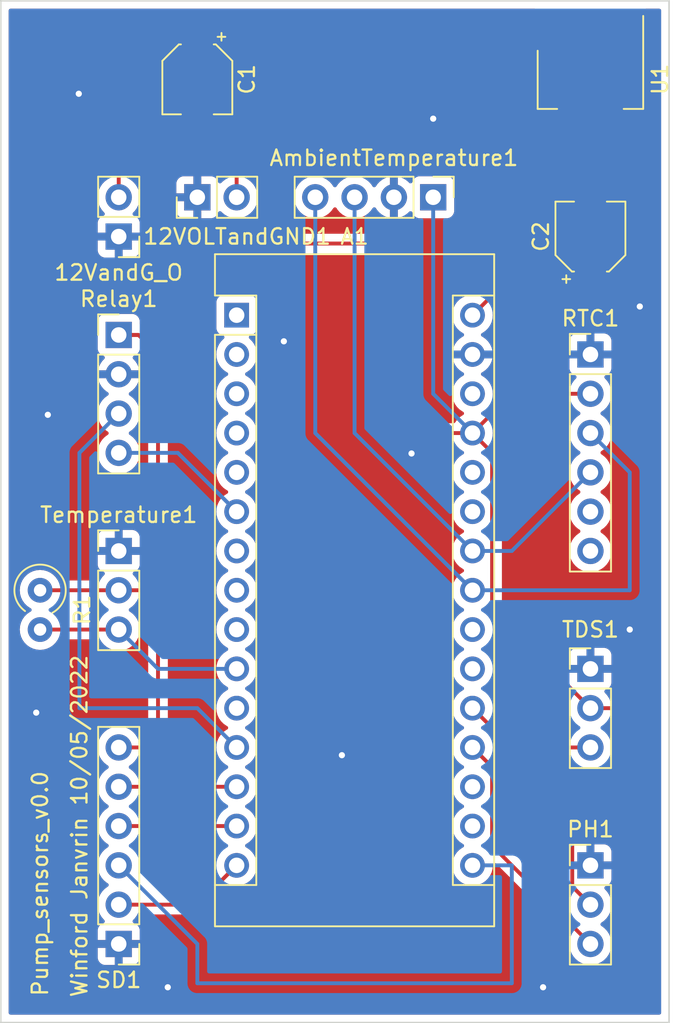
<source format=kicad_pcb>
(kicad_pcb (version 20211014) (generator pcbnew)
  (layers (0 "F.Cu" signal) (31 "B.Cu" signal) (34 "B.Paste" user) (35 "F.Paste" user) (36 "B.SilkS" user "B.Silkscreen") (37 "F.SilkS" user "F.Silkscreen") (38 "B.Mask" user) (39 "F.Mask" user) (44 "Edge.Cuts" user))
  (net 0 "")
  (net 1 "GND")
  (net 2 "VCC")
  (net 7 "/IN2")
  (net 11 "/D7")
  (net 13 "/IN1")
  (net 14 "/CS")
  (net 15 "/MOSI")
  (net 16 "/MISO")
  (net 17 "/CLK")
  (net 20 "/A0")
  (net 21 "/A1")
  (net 24 "/SDA")
  (net 25 "/SCL")
  (net 29 "/VIN")
  (net 30 "/12v")
  (footprint "Connector_PinHeader_2.54mm:PinHeader_1x04_P2.54mm_Vertical" (layer "F.Cu") (at 132.08 100.34)
    (fp_text reference "Relay1" (at 0 -2.33) (layer "F.SilkS"))
    (fp_text value "Conn_01x04" hide)
    (fp_line (start -1.33 1.27) (end -1.33 8.95) (layer "F.SilkS") (width 0.12))
    (fp_line (start -1.33 0) (end -1.33 -1.33) (layer "F.SilkS") (width 0.12))
    (fp_line (start -1.33 -1.33) (end 0 -1.33) (layer "F.SilkS") (width 0.12))
    (fp_line (start -1.33 8.95) (end 1.33 8.95) (layer "F.SilkS") (width 0.12))
    (fp_line (start -1.33 1.27) (end 1.33 1.27) (layer "F.SilkS") (width 0.12))
    (fp_line (start 1.33 1.27) (end 1.33 8.95) (layer "F.SilkS") (width 0.12))
    (pad "1" thru_hole rect (at 0 0) (size 1.7 1.7) (drill 1) (layers *.Cu *.Mask) (net 2 "VCC"))
    (pad "2" thru_hole oval (at 0 2.54) (size 1.7 1.7) (drill 1) (layers *.Cu *.Mask) (net 1 "GND"))
    (pad "3" thru_hole oval (at 0 5.08) (size 1.7 1.7) (drill 1) (layers *.Cu *.Mask) (net 13 "/IN1"))
    (pad "4" thru_hole oval (at 0 7.62) (size 1.7 1.7) (drill 1) (layers *.Cu *.Mask) (net 7 "/IN2"))
  )
  (footprint "Module:Arduino_Nano" (layer "F.Cu") (at 139.7 99.06)
    (fp_text reference "A1" (at 7.62 -5.08) (layer "F.SilkS"))
    (fp_text value "Arduino_Nano_v3.x")
    (fp_line (start 16.64 -3.94) (end -1.4 -3.94) (layer "F.SilkS") (width 0.12))
    (fp_line (start 13.97 36.83) (end 16.64 36.83) (layer "F.SilkS") (width 0.12))
    (fp_line (start 1.27 1.27) (end -1.4 1.27) (layer "F.SilkS") (width 0.12))
    (fp_line (start 1.27 1.27) (end 1.27 -1.27) (layer "F.SilkS") (width 0.12))
    (fp_line (start 16.64 39.5) (end 16.64 -3.94) (layer "F.SilkS") (width 0.12))
    (fp_line (start -1.4 39.5) (end 16.64 39.5) (layer "F.SilkS") (width 0.12))
    (fp_line (start 1.27 -1.27) (end -1.4 -1.27) (layer "F.SilkS") (width 0.12))
    (fp_line (start 13.97 -1.27) (end 13.97 36.83) (layer "F.SilkS") (width 0.12))
    (fp_line (start -1.4 1.27) (end -1.4 39.5) (layer "F.SilkS") (width 0.12))
    (fp_line (start 1.27 1.27) (end 1.27 36.83) (layer "F.SilkS") (width 0.12))
    (fp_line (start -1.4 -3.94) (end -1.4 -1.27) (layer "F.SilkS") (width 0.12))
    (fp_line (start 13.97 -1.27) (end 16.64 -1.27) (layer "F.SilkS") (width 0.12))
    (fp_line (start 1.27 36.83) (end -1.4 36.83) (layer "F.SilkS") (width 0.12))
    (pad "1" thru_hole rect (at 0 0) (size 1.6 1.6) (drill 1) (layers *.Cu *.Mask))
    (pad "2" thru_hole oval (at 0 2.54) (size 1.6 1.6) (drill 1) (layers *.Cu *.Mask))
    (pad "3" thru_hole oval (at 0 5.08) (size 1.6 1.6) (drill 1) (layers *.Cu *.Mask))
    (pad "4" thru_hole oval (at 0 7.62) (size 1.6 1.6) (drill 1) (layers *.Cu *.Mask))
    (pad "5" thru_hole oval (at 0 10.16) (size 1.6 1.6) (drill 1) (layers *.Cu *.Mask))
    (pad "6" thru_hole oval (at 0 12.7) (size 1.6 1.6) (drill 1) (layers *.Cu *.Mask) (net 7 "/IN2"))
    (pad "7" thru_hole oval (at 0 15.24) (size 1.6 1.6) (drill 1) (layers *.Cu *.Mask))
    (pad "8" thru_hole oval (at 0 17.78) (size 1.6 1.6) (drill 1) (layers *.Cu *.Mask))
    (pad "9" thru_hole oval (at 0 20.32) (size 1.6 1.6) (drill 1) (layers *.Cu *.Mask))
    (pad "10" thru_hole oval (at 0 22.86) (size 1.6 1.6) (drill 1) (layers *.Cu *.Mask) (net 11 "/D7"))
    (pad "11" thru_hole oval (at 0 25.4) (size 1.6 1.6) (drill 1) (layers *.Cu *.Mask))
    (pad "12" thru_hole oval (at 0 27.94) (size 1.6 1.6) (drill 1) (layers *.Cu *.Mask) (net 13 "/IN1"))
    (pad "13" thru_hole oval (at 0 30.48) (size 1.6 1.6) (drill 1) (layers *.Cu *.Mask) (net 14 "/CS"))
    (pad "14" thru_hole oval (at 0 33.02) (size 1.6 1.6) (drill 1) (layers *.Cu *.Mask) (net 15 "/MOSI"))
    (pad "15" thru_hole oval (at 0 35.56) (size 1.6 1.6) (drill 1) (layers *.Cu *.Mask) (net 16 "/MISO"))
    (pad "16" thru_hole oval (at 15.24 35.56) (size 1.6 1.6) (drill 1) (layers *.Cu *.Mask) (net 17 "/CLK"))
    (pad "17" thru_hole oval (at 15.24 33.02) (size 1.6 1.6) (drill 1) (layers *.Cu *.Mask))
    (pad "18" thru_hole oval (at 15.24 30.48) (size 1.6 1.6) (drill 1) (layers *.Cu *.Mask))
    (pad "19" thru_hole oval (at 15.24 27.94) (size 1.6 1.6) (drill 1) (layers *.Cu *.Mask) (net 20 "/A0"))
    (pad "20" thru_hole oval (at 15.24 25.4) (size 1.6 1.6) (drill 1) (layers *.Cu *.Mask) (net 21 "/A1"))
    (pad "21" thru_hole oval (at 15.24 22.86) (size 1.6 1.6) (drill 1) (layers *.Cu *.Mask))
    (pad "22" thru_hole oval (at 15.24 20.32) (size 1.6 1.6) (drill 1) (layers *.Cu *.Mask))
    (pad "23" thru_hole oval (at 15.24 17.78) (size 1.6 1.6) (drill 1) (layers *.Cu *.Mask) (net 24 "/SDA"))
    (pad "24" thru_hole oval (at 15.24 15.24) (size 1.6 1.6) (drill 1) (layers *.Cu *.Mask) (net 25 "/SCL"))
    (pad "25" thru_hole oval (at 15.24 12.7) (size 1.6 1.6) (drill 1) (layers *.Cu *.Mask))
    (pad "26" thru_hole oval (at 15.24 10.16) (size 1.6 1.6) (drill 1) (layers *.Cu *.Mask))
    (pad "27" thru_hole oval (at 15.24 7.62) (size 1.6 1.6) (drill 1) (layers *.Cu *.Mask) (net 2 "VCC"))
    (pad "28" thru_hole oval (at 15.24 5.08) (size 1.6 1.6) (drill 1) (layers *.Cu *.Mask))
    (pad "29" thru_hole oval (at 15.24 2.54) (size 1.6 1.6) (drill 1) (layers *.Cu *.Mask) (net 1 "GND"))
    (pad "30" thru_hole oval (at 15.24 0) (size 1.6 1.6) (drill 1) (layers *.Cu *.Mask) (net 29 "/VIN"))
  )
  (footprint "Package_TO_SOT_SMD:SOT-223-3_TabPin2" (layer "F.Cu") (at 162.56 83.82 -90)
    (fp_text reference "U1" (at 0 -4.5 90) (layer "F.SilkS"))
    (fp_text value "AMS1117-5.0" hide)
    (fp_line (start -4.1 -3.41) (end 1.91 -3.41) (layer "F.SilkS") (width 0.12))
    (fp_line (start 1.91 -3.41) (end 1.91 -2.15) (layer "F.SilkS") (width 0.12))
    (fp_line (start -1.85 3.41) (end 1.91 3.41) (layer "F.SilkS") (width 0.12))
    (fp_line (start 1.91 3.41) (end 1.91 2.15) (layer "F.SilkS") (width 0.12))
    (pad "1" smd rect (at -3.15 -2.3 270) (size 2 1.5) (layers "F.Cu" "F.Paste" "F.Mask") (net 1 "GND"))
    (pad "2" smd rect (at -3.15 0 270) (size 2 1.5) (layers "F.Cu" "F.Paste" "F.Mask") (net 29 "/VIN"))
    (pad "2" smd rect (at 3.15 0 270) (size 2 3.8) (layers "F.Cu" "F.Paste" "F.Mask") (net 29 "/VIN"))
    (pad "3" smd rect (at -3.15 2.3 270) (size 2 1.5) (layers "F.Cu" "F.Paste" "F.Mask") (net 30 "/12v"))
  )
  (footprint "Connector_PinHeader_2.54mm:PinHeader_1x02_P2.54mm_Vertical" (layer "F.Cu") (at 137.16 91.44 90)
    (fp_text reference "12VOLTandGND1" (at -2.54 2.57) (layer "F.SilkS"))
    (fp_text value "Conn_01x02" hide)
    (fp_line (start 1.33 1.27) (end 1.33 3.87) (layer "F.SilkS") (width 0.12))
    (fp_line (start -1.33 1.27) (end -1.33 3.87) (layer "F.SilkS") (width 0.12))
    (fp_line (start -1.33 0) (end -1.33 -1.33) (layer "F.SilkS") (width 0.12))
    (fp_line (start -1.33 -1.33) (end 0 -1.33) (layer "F.SilkS") (width 0.12))
    (fp_line (start -1.33 3.87) (end 1.33 3.87) (layer "F.SilkS") (width 0.12))
    (fp_line (start -1.33 1.27) (end 1.33 1.27) (layer "F.SilkS") (width 0.12))
    (pad "1" thru_hole rect (at 0 0 90) (size 1.7 1.7) (drill 1) (layers *.Cu *.Mask) (net 1 "GND"))
    (pad "2" thru_hole oval (at 0 2.54 90) (size 1.7 1.7) (drill 1) (layers *.Cu *.Mask) (net 30 "/12v"))
  )
  (footprint "Connector_PinHeader_2.54mm:PinHeader_1x06_P2.54mm_Vertical" (layer "F.Cu") (at 162.56 101.6)
    (fp_text reference "RTC1" (at 0 -2.33) (layer "F.SilkS"))
    (fp_text value "Conn_01x06" hide)
    (fp_line (start -1.33 14.03) (end 1.33 14.03) (layer "F.SilkS") (width 0.12))
    (fp_line (start -1.33 0) (end -1.33 -1.33) (layer "F.SilkS") (width 0.12))
    (fp_line (start -1.33 1.27) (end -1.33 14.03) (layer "F.SilkS") (width 0.12))
    (fp_line (start 1.33 1.27) (end 1.33 14.03) (layer "F.SilkS") (width 0.12))
    (fp_line (start -1.33 -1.33) (end 0 -1.33) (layer "F.SilkS") (width 0.12))
    (fp_line (start -1.33 1.27) (end 1.33 1.27) (layer "F.SilkS") (width 0.12))
    (pad "1" thru_hole rect (at 0 0) (size 1.7 1.7) (drill 1) (layers *.Cu *.Mask) (net 1 "GND"))
    (pad "2" thru_hole oval (at 0 2.54) (size 1.7 1.7) (drill 1) (layers *.Cu *.Mask) (net 2 "VCC"))
    (pad "3" thru_hole oval (at 0 5.08) (size 1.7 1.7) (drill 1) (layers *.Cu *.Mask) (net 24 "/SDA"))
    (pad "4" thru_hole oval (at 0 7.62) (size 1.7 1.7) (drill 1) (layers *.Cu *.Mask) (net 25 "/SCL"))
    (pad "5" thru_hole oval (at 0 10.16) (size 1.7 1.7) (drill 1) (layers *.Cu *.Mask))
    (pad "6" thru_hole oval (at 0 12.7) (size 1.7 1.7) (drill 1) (layers *.Cu *.Mask))
  )
  (footprint "Connector_PinHeader_2.54mm:PinHeader_1x02_P2.54mm_Vertical" (layer "F.Cu") (at 132.08 93.98 180)
    (fp_text reference "12VandG_O" (at 0 -2.33) (layer "F.SilkS"))
    (fp_text value "Conn_01x02" hide)
    (fp_line (start -1.33 1.27) (end 1.33 1.27) (layer "F.SilkS") (width 0.12))
    (fp_line (start 1.33 1.27) (end 1.33 3.87) (layer "F.SilkS") (width 0.12))
    (fp_line (start -1.33 -1.33) (end 0 -1.33) (layer "F.SilkS") (width 0.12))
    (fp_line (start -1.33 1.27) (end -1.33 3.87) (layer "F.SilkS") (width 0.12))
    (fp_line (start -1.33 0) (end -1.33 -1.33) (layer "F.SilkS") (width 0.12))
    (fp_line (start -1.33 3.87) (end 1.33 3.87) (layer "F.SilkS") (width 0.12))
    (pad "1" thru_hole rect (at 0 0 180) (size 1.7 1.7) (drill 1) (layers *.Cu *.Mask) (net 1 "GND"))
    (pad "2" thru_hole oval (at 0 2.54 180) (size 1.7 1.7) (drill 1) (layers *.Cu *.Mask) (net 30 "/12v"))
  )
  (footprint "Connector_PinHeader_2.54mm:PinHeader_1x03_P2.54mm_Vertical" (layer "F.Cu") (at 162.56 134.62)
    (fp_text reference "PH1" (at 0 -2.33) (layer "F.SilkS"))
    (fp_text value "Conn_01x03" hide)
    (fp_line (start -1.33 -1.33) (end 0 -1.33) (layer "F.SilkS") (width 0.12))
    (fp_line (start 1.33 1.27) (end 1.33 6.41) (layer "F.SilkS") (width 0.12))
    (fp_line (start -1.33 1.27) (end 1.33 1.27) (layer "F.SilkS") (width 0.12))
    (fp_line (start -1.33 1.27) (end -1.33 6.41) (layer "F.SilkS") (width 0.12))
    (fp_line (start -1.33 6.41) (end 1.33 6.41) (layer "F.SilkS") (width 0.12))
    (fp_line (start -1.33 0) (end -1.33 -1.33) (layer "F.SilkS") (width 0.12))
    (pad "1" thru_hole rect (at 0 0) (size 1.7 1.7) (drill 1) (layers *.Cu *.Mask) (net 1 "GND"))
    (pad "2" thru_hole oval (at 0 2.54) (size 1.7 1.7) (drill 1) (layers *.Cu *.Mask) (net 2 "VCC"))
    (pad "3" thru_hole oval (at 0 5.08) (size 1.7 1.7) (drill 1) (layers *.Cu *.Mask) (net 20 "/A0"))
  )
  (footprint "Connector_PinHeader_2.54mm:PinHeader_1x03_P2.54mm_Vertical" (layer "F.Cu") (at 162.56 121.92)
    (fp_text reference "TDS1" (at 0 -2.54) (layer "F.SilkS"))
    (fp_text value "Conn_01x03" hide)
    (fp_line (start -1.33 -1.33) (end 0 -1.33) (layer "F.SilkS") (width 0.12))
    (fp_line (start -1.33 1.27) (end -1.33 6.41) (layer "F.SilkS") (width 0.12))
    (fp_line (start -1.33 1.27) (end 1.33 1.27) (layer "F.SilkS") (width 0.12))
    (fp_line (start -1.33 0) (end -1.33 -1.33) (layer "F.SilkS") (width 0.12))
    (fp_line (start -1.33 6.41) (end 1.33 6.41) (layer "F.SilkS") (width 0.12))
    (fp_line (start 1.33 1.27) (end 1.33 6.41) (layer "F.SilkS") (width 0.12))
    (pad "1" thru_hole rect (at 0 0) (size 1.7 1.7) (drill 1) (layers *.Cu *.Mask) (net 1 "GND"))
    (pad "2" thru_hole oval (at 0 2.54) (size 1.7 1.7) (drill 1) (layers *.Cu *.Mask) (net 2 "VCC"))
    (pad "3" thru_hole oval (at 0 5.08) (size 1.7 1.7) (drill 1) (layers *.Cu *.Mask) (net 21 "/A1"))
  )
  (footprint "Connector_PinHeader_2.54mm:PinHeader_1x06_P2.54mm_Vertical" (layer "F.Cu") (at 132.08 139.7 180)
    (fp_text reference "SD1" (at 0 -2.33) (layer "F.SilkS"))
    (fp_text value "Conn_01x06" hide)
    (fp_line (start -1.33 0) (end -1.33 -1.33) (layer "F.SilkS") (width 0.12))
    (fp_line (start -1.33 -1.33) (end 0 -1.33) (layer "F.SilkS") (width 0.12))
    (fp_line (start -1.33 14.03) (end 1.33 14.03) (layer "F.SilkS") (width 0.12))
    (fp_line (start -1.33 1.27) (end 1.33 1.27) (layer "F.SilkS") (width 0.12))
    (fp_line (start 1.33 1.27) (end 1.33 14.03) (layer "F.SilkS") (width 0.12))
    (fp_line (start -1.33 1.27) (end -1.33 14.03) (layer "F.SilkS") (width 0.12))
    (pad "1" thru_hole rect (at 0 0 180) (size 1.7 1.7) (drill 1) (layers *.Cu *.Mask) (net 1 "GND"))
    (pad "2" thru_hole oval (at 0 2.54 180) (size 1.7 1.7) (drill 1) (layers *.Cu *.Mask) (net 16 "/MISO"))
    (pad "3" thru_hole oval (at 0 5.08 180) (size 1.7 1.7) (drill 1) (layers *.Cu *.Mask) (net 17 "/CLK"))
    (pad "4" thru_hole oval (at 0 7.62 180) (size 1.7 1.7) (drill 1) (layers *.Cu *.Mask) (net 15 "/MOSI"))
    (pad "5" thru_hole oval (at 0 10.16 180) (size 1.7 1.7) (drill 1) (layers *.Cu *.Mask) (net 14 "/CS"))
    (pad "6" thru_hole oval (at 0 12.7 180) (size 1.7 1.7) (drill 1) (layers *.Cu *.Mask) (net 2 "VCC"))
  )
  (footprint "Connector_PinHeader_2.54mm:PinHeader_1x03_P2.54mm_Vertical" (layer "F.Cu") (at 132.08 114.3)
    (fp_text reference "Temperature1" (at 0 -2.33) (layer "F.SilkS"))
    (fp_text value "Conn_01x03" hide)
    (fp_line (start -1.33 1.27) (end -1.33 6.41) (layer "F.SilkS") (width 0.12))
    (fp_line (start 1.33 1.27) (end 1.33 6.41) (layer "F.SilkS") (width 0.12))
    (fp_line (start -1.33 6.41) (end 1.33 6.41) (layer "F.SilkS") (width 0.12))
    (fp_line (start -1.33 1.27) (end 1.33 1.27) (layer "F.SilkS") (width 0.12))
    (fp_line (start -1.33 0) (end -1.33 -1.33) (layer "F.SilkS") (width 0.12))
    (fp_line (start -1.33 -1.33) (end 0 -1.33) (layer "F.SilkS") (width 0.12))
    (pad "1" thru_hole rect (at 0 0) (size 1.7 1.7) (drill 1) (layers *.Cu *.Mask) (net 1 "GND"))
    (pad "2" thru_hole oval (at 0 2.54) (size 1.7 1.7) (drill 1) (layers *.Cu *.Mask) (net 2 "VCC"))
    (pad "3" thru_hole oval (at 0 5.08) (size 1.7 1.7) (drill 1) (layers *.Cu *.Mask) (net 11 "/D7"))
  )
  (footprint "Connector_PinHeader_2.54mm:PinHeader_1x04_P2.54mm_Vertical" (layer "F.Cu") (at 152.4 91.44 -90)
    (fp_text reference "AmbientTemperature1" (at -2.54 2.54) (layer "F.SilkS"))
    (fp_text value "Conn_01x04" hide)
    (fp_line (start -1.33 1.27) (end -1.33 8.95) (layer "F.SilkS") (width 0.12))
    (fp_line (start 1.33 1.27) (end 1.33 8.95) (layer "F.SilkS") (width 0.12))
    (fp_line (start -1.33 -1.33) (end 0 -1.33) (layer "F.SilkS") (width 0.12))
    (fp_line (start -1.33 0) (end -1.33 -1.33) (layer "F.SilkS") (width 0.12))
    (fp_line (start -1.33 1.27) (end 1.33 1.27) (layer "F.SilkS") (width 0.12))
    (fp_line (start -1.33 8.95) (end 1.33 8.95) (layer "F.SilkS") (width 0.12))
    (pad "1" thru_hole rect (at 0 0 270) (size 1.7 1.7) (drill 1) (layers *.Cu *.Mask) (net 2 "VCC"))
    (pad "2" thru_hole oval (at 0 2.54 270) (size 1.7 1.7) (drill 1) (layers *.Cu *.Mask) (net 1 "GND"))
    (pad "3" thru_hole oval (at 0 5.08 270) (size 1.7 1.7) (drill 1) (layers *.Cu *.Mask) (net 25 "/SCL"))
    (pad "4" thru_hole oval (at 0 7.62 270) (size 1.7 1.7) (drill 1) (layers *.Cu *.Mask) (net 24 "/SDA"))
  )
  (footprint "Capacitor_SMD:CP_Elec_4x5.8" (layer "F.Cu") (at 162.56 93.98 90)
    (fp_text reference "C2" (at 0 -3.2 90) (layer "F.SilkS"))
    (fp_text value "C" hide)
    (fp_line (start 2.26 2.26) (end 2.26 1.06) (layer "F.SilkS") (width 0.12))
    (fp_line (start -2.26 -1.195563) (end -1.195563 -2.26) (layer "F.SilkS") (width 0.12))
    (fp_line (start 2.26 -2.26) (end 2.26 -1.06) (layer "F.SilkS") (width 0.12))
    (fp_line (start -2.26 -1.195563) (end -2.26 -1.06) (layer "F.SilkS") (width 0.12))
    (fp_line (start -2.26 1.195563) (end -1.195563 2.26) (layer "F.SilkS") (width 0.12))
    (fp_line (start -2.26 1.195563) (end -2.26 1.06) (layer "F.SilkS") (width 0.12))
    (fp_line (start -1.195563 -2.26) (end 2.26 -2.26) (layer "F.SilkS") (width 0.12))
    (fp_line (start -3 -1.56) (end -2.5 -1.56) (layer "F.SilkS") (width 0.12))
    (fp_line (start -2.75 -1.81) (end -2.75 -1.31) (layer "F.SilkS") (width 0.12))
    (fp_line (start -1.195563 2.26) (end 2.26 2.26) (layer "F.SilkS") (width 0.12))
    (pad "1" smd roundrect (at -1.8 0 90) (size 2.6 1.6) (layers "F.Cu" "F.Paste" "F.Mask") (roundrect_rratio 0.15625) (net 1 "GND"))
    (pad "2" smd roundrect (at 1.8 0 90) (size 2.6 1.6) (layers "F.Cu" "F.Paste" "F.Mask") (roundrect_rratio 0.15625) (net 29 "/VIN"))
  )
  (footprint "Capacitor_SMD:CP_Elec_4x5.8" (layer "F.Cu") (at 137.16 83.82 -90)
    (fp_text reference "C1" (at 0 -3.2 90) (layer "F.SilkS"))
    (fp_text value "C" hide)
    (fp_line (start 2.26 -2.26) (end 2.26 -1.06) (layer "F.SilkS") (width 0.12))
    (fp_line (start -1.195563 2.26) (end 2.26 2.26) (layer "F.SilkS") (width 0.12))
    (fp_line (start -2.26 1.195563) (end -1.195563 2.26) (layer "F.SilkS") (width 0.12))
    (fp_line (start -2.26 1.195563) (end -2.26 1.06) (layer "F.SilkS") (width 0.12))
    (fp_line (start -1.195563 -2.26) (end 2.26 -2.26) (layer "F.SilkS") (width 0.12))
    (fp_line (start -3 -1.56) (end -2.5 -1.56) (layer "F.SilkS") (width 0.12))
    (fp_line (start 2.26 2.26) (end 2.26 1.06) (layer "F.SilkS") (width 0.12))
    (fp_line (start -2.26 -1.195563) (end -2.26 -1.06) (layer "F.SilkS") (width 0.12))
    (fp_line (start -2.75 -1.81) (end -2.75 -1.31) (layer "F.SilkS") (width 0.12))
    (fp_line (start -2.26 -1.195563) (end -1.195563 -2.26) (layer "F.SilkS") (width 0.12))
    (pad "1" smd roundrect (at -1.8 0 270) (size 2.6 1.6) (layers "F.Cu" "F.Paste" "F.Mask") (roundrect_rratio 0.15625) (net 1 "GND"))
    (pad "2" smd roundrect (at 1.8 0 270) (size 2.6 1.6) (layers "F.Cu" "F.Paste" "F.Mask") (roundrect_rratio 0.15625) (net 30 "/12v"))
  )
  (footprint "Resistor_THT:R_Axial_DIN0309_L9.0mm_D3.2mm_P2.54mm_Vertical" (layer "F.Cu") (at 127 116.84 -90)
    (fp_text reference "R1" (at 1.27 -2.72 90) (layer "F.SilkS"))
    (fp_text value "R_Small_US" hide)
    (fp_arc (start 1.344775 0.97138) (mid -1.655812 -0.101418) (end 1.453272 -0.8) (layer "F.SilkS") (width 0.12))
    (pad "1" thru_hole circle (at 0 0 270) (size 1.6 1.6) (drill 0.8) (layers *.Cu *.Mask) (net 2 "VCC"))
    (pad "2" thru_hole oval (at 2.54 0 270) (size 1.6 1.6) (drill 0.8) (layers *.Cu *.Mask) (net 11 "/D7"))
  )
  (gr_line (start 124.46 78.74) (end 124.46 144.78) (layer "Edge.Cuts") (width 0.1))
  (gr_line (start 167.64 144.78) (end 124.46 144.78) (layer "Edge.Cuts") (width 0.1))
  (gr_line (start 167.64 78.74) (end 167.64 144.78) (layer "Edge.Cuts") (width 0.1))
  (gr_line (start 124.46 78.74) (end 167.64 78.74) (layer "Edge.Cuts") (width 0.1))
  (gr_text "Winford Janvrin 10/05/2022" (at 129.54 132.08 90) (layer "F.SilkS") (effects (font (size 1 1))))
  (gr_text "Pump_sensors_v0.0" (at 127 135.8 90) (layer "F.SilkS") (effects (font (size 1 1))))
  (via (at 126.75 124.75) (size 0.8) (drill 0.4) (layers "F.Cu" "B.Cu") (net 1))
  (via (at 165.1 119.38) (size 0.8) (drill 0.4) (layers "F.Cu" "B.Cu") (net 1))
  (via (at 142.75 100.75) (size 0.8) (drill 0.4) (layers "F.Cu" "B.Cu") (net 1))
  (via (at 165.75 98.5) (size 0.8) (drill 0.4) (layers "F.Cu" "B.Cu") (net 1))
  (via (at 127.5 105.5) (size 0.8) (drill 0.4) (layers "F.Cu" "B.Cu") (net 1))
  (via (at 159.5 142.5) (size 0.8) (drill 0.4) (layers "F.Cu" "B.Cu") (net 1))
  (via (at 152.4 86.36) (size 0.8) (drill 0.4) (layers "F.Cu" "B.Cu") (net 1))
  (via (at 129.5 84.75) (size 0.8) (drill 0.4) (layers "F.Cu" "B.Cu") (net 1))
  (via (at 135.25 142.5) (size 0.8) (drill 0.4) (layers "F.Cu" "B.Cu") (net 1))
  (via (at 151 108) (size 0.8) (drill 0.4) (layers "F.Cu" "B.Cu") (net 1))
  (via (at 146.5 127.5) (size 0.8) (drill 0.4) (layers "F.Cu" "B.Cu") (net 1))
  (segment (start 152.4 106.68) (end 154.94 106.68) (width 0.25) (layer "F.Cu") (net 2))
  (segment (start 134.62 116.84) (end 132.08 116.84) (width 0.25) (layer "F.Cu") (net 2))
  (segment (start 132.08 100.34) (end 133.36 100.34) (width 0.25) (layer "F.Cu") (net 2))
  (segment (start 156.205722 107.945722) (end 154.94 106.68) (width 0.25) (layer "F.Cu") (net 2))
  (segment (start 162.56 137.16) (end 161.385 135.985) (width 0.25) (layer "F.Cu") (net 2))
  (segment (start 127 116.84) (end 132.08 116.84) (width 0.25) (layer "F.Cu") (net 2))
  (segment (start 132.08 127) (end 134.62 127) (width 0.25) (layer "F.Cu") (net 2))
  (segment (start 134.62 101.6) (end 134.62 116.84) (width 0.25) (layer "F.Cu") (net 2))
  (segment (start 134.62 101.6) (end 134.62 96.52) (width 0.25) (layer "F.Cu") (net 2))
  (segment (start 165.1 126.991444) (end 165.1 124.46) (width 0.25) (layer "F.Cu") (net 2))
  (segment (start 161.385 135.985) (end 161.385 130.706444) (width 0.25) (layer "F.Cu") (net 2))
  (segment (start 132.08 100.34) (end 133.34 100.34) (width 0.25) (layer "F.Cu") (net 2))
  (segment (start 134.62 96.52) (end 136.71 94.43) (width 0.25) (layer "F.Cu") (net 2))
  (segment (start 157.48 104.14) (end 154.94 106.68) (width 0.25) (layer "F.Cu") (net 2))
  (segment (start 136.71 94.43) (end 149.41 94.43) (width 0.25) (layer "F.Cu") (net 2))
  (segment (start 165.1 124.46) (end 162.56 124.46) (width 0.25) (layer "F.Cu") (net 2))
  (segment (start 162.56 104.14) (end 157.48 104.14) (width 0.25) (layer "F.Cu") (net 2))
  (segment (start 149.41 94.43) (end 149.41 103.69) (width 0.25) (layer "F.Cu") (net 2))
  (segment (start 134.62 127) (end 134.62 116.84) (width 0.25) (layer "F.Cu") (net 2))
  (segment (start 133.36 100.34) (end 134.62 101.6) (width 0.25) (layer "F.Cu") (net 2))
  (segment (start 156.205722 118.105722) (end 156.205722 107.945722) (width 0.25) (layer "F.Cu") (net 2))
  (segment (start 149.41 103.69) (end 152.4 106.68) (width 0.25) (layer "F.Cu") (net 2))
  (segment (start 162.56 124.46) (end 156.205722 118.105722) (width 0.25) (layer "F.Cu") (net 2))
  (segment (start 161.385 130.706444) (end 165.1 126.991444) (width 0.25) (layer "F.Cu") (net 2))
  (segment (start 152.4 91.44) (end 152.4 104.14) (width 0.25) (layer "B.Cu") (net 2))
  (segment (start 152.4 104.14) (end 154.94 106.68) (width 0.25) (layer "B.Cu") (net 2))
  (segment (start 132.08 107.96) (end 135.9 107.96) (width 0.25) (layer "B.Cu") (net 7))
  (segment (start 135.9 107.96) (end 139.7 111.76) (width 0.25) (layer "B.Cu") (net 7))
  (segment (start 127 119.38) (end 132.08 119.38) (width 0.25) (layer "F.Cu") (net 11))
  (segment (start 134.62 121.92) (end 139.7 121.92) (width 0.25) (layer "B.Cu") (net 11))
  (segment (start 132.08 119.38) (end 134.62 121.92) (width 0.25) (layer "B.Cu") (net 11))
  (segment (start 137.16 124.46) (end 139.7 127) (width 0.25) (layer "B.Cu") (net 13))
  (segment (start 129.54 124.46) (end 137.16 124.46) (width 0.25) (layer "B.Cu") (net 13))
  (segment (start 129.54 107.96) (end 129.54 124.46) (width 0.25) (layer "B.Cu") (net 13))
  (segment (start 132.08 105.42) (end 129.54 107.96) (width 0.25) (layer "B.Cu") (net 13))
  (segment (start 132.08 129.54) (end 139.7 129.54) (width 0.25) (layer "F.Cu") (net 14))
  (segment (start 132.08 132.08) (end 139.7 132.08) (width 0.25) (layer "F.Cu") (net 15))
  (segment (start 132.08 137.16) (end 137.16 137.16) (width 0.25) (layer "F.Cu") (net 16))
  (segment (start 137.16 137.16) (end 139.7 134.62) (width 0.25) (layer "F.Cu") (net 16))
  (segment (start 137.16 139.7) (end 137.16 142.24) (width 0.25) (layer "B.Cu") (net 17))
  (segment (start 137.16 142.24) (end 157.48 142.24) (width 0.25) (layer "B.Cu") (net 17))
  (segment (start 132.08 134.62) (end 137.16 139.7) (width 0.25) (layer "B.Cu") (net 17))
  (segment (start 157.48 134.62) (end 154.94 134.62) (width 0.25) (layer "B.Cu") (net 17))
  (segment (start 157.48 142.24) (end 157.48 134.62) (width 0.25) (layer "B.Cu") (net 17))
  (segment (start 156.205722 133.345722) (end 156.205722 128.265722) (width 0.25) (layer "F.Cu") (net 20))
  (segment (start 162.56 139.7) (end 156.205722 133.345722) (width 0.25) (layer "F.Cu") (net 20))
  (segment (start 156.205722 128.265722) (end 154.94 127) (width 0.25) (layer "F.Cu") (net 20))
  (segment (start 162.56 127) (end 157.48 127) (width 0.25) (layer "F.Cu") (net 21))
  (segment (start 157.48 127) (end 154.94 124.46) (width 0.25) (layer "F.Cu") (net 21))
  (segment (start 144.78 91.44) (end 144.78 106.68) (width 0.25) (layer "B.Cu") (net 24))
  (segment (start 165.1 116.84) (end 154.94 116.84) (width 0.25) (layer "B.Cu") (net 24))
  (segment (start 162.56 106.68) (end 165.1 109.22) (width 0.25) (layer "B.Cu") (net 24))
  (segment (start 144.78 106.68) (end 154.94 116.84) (width 0.25) (layer "B.Cu") (net 24))
  (segment (start 165.1 109.22) (end 165.1 116.84) (width 0.25) (layer "B.Cu") (net 24))
  (segment (start 147.32 106.68) (end 154.94 114.3) (width 0.25) (layer "B.Cu") (net 25))
  (segment (start 147.32 91.44) (end 147.32 106.68) (width 0.25) (layer "B.Cu") (net 25))
  (segment (start 157.48 114.3) (end 162.56 109.22) (width 0.25) (layer "B.Cu") (net 25))
  (segment (start 154.94 114.3) (end 157.48 114.3) (width 0.25) (layer "B.Cu") (net 25))
  (segment (start 162.56 86.97) (end 162.56 92.18) (width 0.25) (layer "F.Cu") (net 29))
  (segment (start 161.82 92.18) (end 154.94 99.06) (width 0.25) (layer "F.Cu") (net 29))
  (segment (start 162.56 92.18) (end 161.82 92.18) (width 0.25) (layer "F.Cu") (net 29))
  (segment (start 162.56 80.67) (end 162.56 86.97) (width 0.25) (layer "F.Cu") (net 29))
  (segment (start 133.88 88.9) (end 132.08 88.9) (width 0.25) (layer "F.Cu") (net 30))
  (segment (start 137.16 85.62) (end 142.11 80.67) (width 0.25) (layer "F.Cu") (net 30))
  (segment (start 132.08 88.9) (end 132.08 91.44) (width 0.25) (layer "F.Cu") (net 30))
  (segment (start 137.16 85.62) (end 133.88 88.9) (width 0.25) (layer "F.Cu") (net 30))
  (segment (start 142.11 80.67) (end 160.26 80.67) (width 0.25) (layer "F.Cu") (net 30))
  (segment (start 139.7 88.16) (end 139.7 91.44) (width 0.25) (layer "F.Cu") (net 30))
  (segment (start 137.16 85.62) (end 139.7 88.16) (width 0.25) (layer "F.Cu") (net 30))
  (zone (net 1) (net_name "GND") (layer "F.Cu") (connect_pads (clearance 0.508)) (min_thickness 0.254) (fill yes (thermal_gap 0.508) (thermal_bridge_width 0.508))
    (polygon (pts (xy 167.64 144.78) (xy 124.46 144.78) (xy 124.46 78.74) (xy 167.64 78.74)))
  )
  (zone (net 1) (net_name "GND") (layer "B.Cu") (connect_pads (clearance 0.508)) (min_thickness 0.254) (fill yes (thermal_gap 0.508) (thermal_bridge_width 0.508))
    (polygon (pts (xy 167.64 144.78) (xy 124.46 144.78) (xy 124.46 78.74) (xy 167.64 78.74)))
  )
)
</source>
